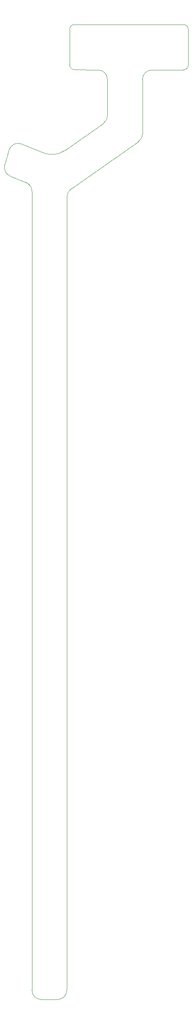
<source format=gbr>
%TF.GenerationSoftware,KiCad,Pcbnew,8.0.2*%
%TF.CreationDate,2025-02-04T18:07:00+01:00*%
%TF.ProjectId,FT25_AMS_VSENS,46543235-5f41-44d5-935f-5653454e532e,rev?*%
%TF.SameCoordinates,Original*%
%TF.FileFunction,Profile,NP*%
%FSLAX46Y46*%
G04 Gerber Fmt 4.6, Leading zero omitted, Abs format (unit mm)*
G04 Created by KiCad (PCBNEW 8.0.2) date 2025-02-04 18:07:00*
%MOMM*%
%LPD*%
G01*
G04 APERTURE LIST*
%TA.AperFunction,Profile*%
%ADD10C,0.050000*%
%TD*%
G04 APERTURE END LIST*
D10*
X229200000Y-40803673D02*
X229200000Y-48300000D01*
X191280846Y-66233860D02*
G75*
G02*
X193944502Y-64942422I1918654J-564640D01*
G01*
X205100000Y-39800054D02*
X228200000Y-39800054D01*
X203529941Y-76076143D02*
G75*
G02*
X204382798Y-74437858I2000059J-57D01*
G01*
X198639921Y-66827230D02*
X193944477Y-64942485D01*
X203529941Y-76076143D02*
X203529941Y-243035014D01*
X212103406Y-58956943D02*
X212103406Y-51350274D01*
X203080200Y-66316193D02*
G75*
G02*
X198639930Y-66827207I-2692000J3844593D01*
G01*
X218650559Y-64447444D02*
X204382788Y-74437844D01*
X205107084Y-49292902D02*
G75*
G02*
X204107098Y-48292902I16J1000002D01*
G01*
X228192855Y-39801765D02*
G75*
G02*
X229198321Y-40812541I45J-1005435D01*
G01*
X204107111Y-48292902D02*
X204107176Y-40800054D01*
X229200625Y-48299993D02*
G75*
G02*
X228147820Y-49349921I-1050025J93D01*
G01*
X212103406Y-58956943D02*
G75*
G02*
X211250587Y-60595288I-2000006J-57D01*
G01*
X219503406Y-51350274D02*
G75*
G02*
X221503406Y-49350206I1999994J74D01*
G01*
X191556678Y-71704890D02*
G75*
G02*
X190383031Y-69284144I745022J1856090D01*
G01*
X190383069Y-69284155D02*
X191280846Y-66233860D01*
X219503406Y-62809143D02*
G75*
G02*
X218650542Y-64447419I-2000006J43D01*
G01*
X219503406Y-51350274D02*
X219503406Y-62809143D01*
X210103406Y-49350274D02*
X205107084Y-49292902D01*
X203529941Y-243035014D02*
G75*
G02*
X201529941Y-245034941I-1999941J14D01*
G01*
X204107176Y-40800054D02*
G75*
G02*
X205100000Y-39800101I999924J54D01*
G01*
X196129941Y-243035014D02*
X196129941Y-74892876D01*
X194874948Y-73036814D02*
X191556678Y-71704890D01*
X201529941Y-245035014D02*
X198129941Y-245035014D01*
X203080200Y-66316193D02*
X211250559Y-60595248D01*
X210103406Y-49350274D02*
G75*
G02*
X212103326Y-51350274I-106J-2000026D01*
G01*
X198129941Y-245035014D02*
G75*
G02*
X196129886Y-243035014I59J2000114D01*
G01*
X221497820Y-49349925D02*
X228147820Y-49349925D01*
X194874950Y-73036808D02*
G75*
G02*
X196129914Y-74892876I-744950J-1855992D01*
G01*
M02*

</source>
